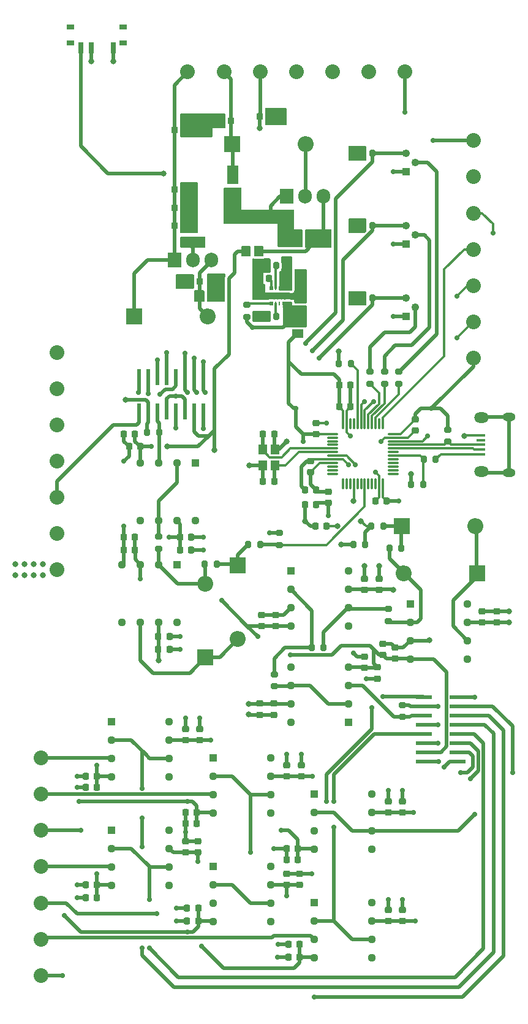
<source format=gtl>
G04 #@! TF.GenerationSoftware,KiCad,Pcbnew,7.0.7*
G04 #@! TF.CreationDate,2023-11-03T00:41:13-04:00*
G04 #@! TF.ProjectId,SeniorDesign,53656e69-6f72-4446-9573-69676e2e6b69,rev?*
G04 #@! TF.SameCoordinates,Original*
G04 #@! TF.FileFunction,Copper,L1,Top*
G04 #@! TF.FilePolarity,Positive*
%FSLAX46Y46*%
G04 Gerber Fmt 4.6, Leading zero omitted, Abs format (unit mm)*
G04 Created by KiCad (PCBNEW 7.0.7) date 2023-11-03 00:41:13*
%MOMM*%
%LPD*%
G01*
G04 APERTURE LIST*
G04 Aperture macros list*
%AMRoundRect*
0 Rectangle with rounded corners*
0 $1 Rounding radius*
0 $2 $3 $4 $5 $6 $7 $8 $9 X,Y pos of 4 corners*
0 Add a 4 corners polygon primitive as box body*
4,1,4,$2,$3,$4,$5,$6,$7,$8,$9,$2,$3,0*
0 Add four circle primitives for the rounded corners*
1,1,$1+$1,$2,$3*
1,1,$1+$1,$4,$5*
1,1,$1+$1,$6,$7*
1,1,$1+$1,$8,$9*
0 Add four rect primitives between the rounded corners*
20,1,$1+$1,$2,$3,$4,$5,0*
20,1,$1+$1,$4,$5,$6,$7,0*
20,1,$1+$1,$6,$7,$8,$9,0*
20,1,$1+$1,$8,$9,$2,$3,0*%
G04 Aperture macros list end*
G04 #@! TA.AperFunction,ComponentPad*
%ADD10C,2.032000*%
G04 #@! TD*
G04 #@! TA.AperFunction,SMDPad,CuDef*
%ADD11RoundRect,0.200000X0.275000X-0.200000X0.275000X0.200000X-0.275000X0.200000X-0.275000X-0.200000X0*%
G04 #@! TD*
G04 #@! TA.AperFunction,SMDPad,CuDef*
%ADD12RoundRect,0.200000X-0.200000X-0.275000X0.200000X-0.275000X0.200000X0.275000X-0.200000X0.275000X0*%
G04 #@! TD*
G04 #@! TA.AperFunction,SMDPad,CuDef*
%ADD13RoundRect,0.225000X0.250000X-0.225000X0.250000X0.225000X-0.250000X0.225000X-0.250000X-0.225000X0*%
G04 #@! TD*
G04 #@! TA.AperFunction,SMDPad,CuDef*
%ADD14RoundRect,0.225000X-0.225000X-0.250000X0.225000X-0.250000X0.225000X0.250000X-0.225000X0.250000X0*%
G04 #@! TD*
G04 #@! TA.AperFunction,ComponentPad*
%ADD15R,1.905000X2.000000*%
G04 #@! TD*
G04 #@! TA.AperFunction,ComponentPad*
%ADD16O,1.905000X2.000000*%
G04 #@! TD*
G04 #@! TA.AperFunction,SMDPad,CuDef*
%ADD17RoundRect,0.225000X0.225000X0.250000X-0.225000X0.250000X-0.225000X-0.250000X0.225000X-0.250000X0*%
G04 #@! TD*
G04 #@! TA.AperFunction,SMDPad,CuDef*
%ADD18RoundRect,0.250000X0.550000X-1.050000X0.550000X1.050000X-0.550000X1.050000X-0.550000X-1.050000X0*%
G04 #@! TD*
G04 #@! TA.AperFunction,SMDPad,CuDef*
%ADD19RoundRect,0.200000X0.200000X0.275000X-0.200000X0.275000X-0.200000X-0.275000X0.200000X-0.275000X0*%
G04 #@! TD*
G04 #@! TA.AperFunction,ComponentPad*
%ADD20R,1.130000X1.130000*%
G04 #@! TD*
G04 #@! TA.AperFunction,ComponentPad*
%ADD21C,1.130000*%
G04 #@! TD*
G04 #@! TA.AperFunction,SMDPad,CuDef*
%ADD22R,0.558800X2.184400*%
G04 #@! TD*
G04 #@! TA.AperFunction,SMDPad,CuDef*
%ADD23RoundRect,0.250000X-1.050000X-0.550000X1.050000X-0.550000X1.050000X0.550000X-1.050000X0.550000X0*%
G04 #@! TD*
G04 #@! TA.AperFunction,SMDPad,CuDef*
%ADD24RoundRect,0.225000X-0.250000X0.225000X-0.250000X-0.225000X0.250000X-0.225000X0.250000X0.225000X0*%
G04 #@! TD*
G04 #@! TA.AperFunction,SMDPad,CuDef*
%ADD25RoundRect,0.200000X-0.275000X0.200000X-0.275000X-0.200000X0.275000X-0.200000X0.275000X0.200000X0*%
G04 #@! TD*
G04 #@! TA.AperFunction,SMDPad,CuDef*
%ADD26R,1.000000X0.800000*%
G04 #@! TD*
G04 #@! TA.AperFunction,SMDPad,CuDef*
%ADD27R,0.700000X1.500000*%
G04 #@! TD*
G04 #@! TA.AperFunction,ComponentPad*
%ADD28R,2.200000X2.200000*%
G04 #@! TD*
G04 #@! TA.AperFunction,ComponentPad*
%ADD29O,2.200000X2.200000*%
G04 #@! TD*
G04 #@! TA.AperFunction,ComponentPad*
%ADD30R,1.080000X1.080000*%
G04 #@! TD*
G04 #@! TA.AperFunction,ComponentPad*
%ADD31C,1.080000*%
G04 #@! TD*
G04 #@! TA.AperFunction,SMDPad,CuDef*
%ADD32R,1.200000X1.400000*%
G04 #@! TD*
G04 #@! TA.AperFunction,SMDPad,CuDef*
%ADD33R,2.184400X0.558800*%
G04 #@! TD*
G04 #@! TA.AperFunction,SMDPad,CuDef*
%ADD34R,1.300000X0.450000*%
G04 #@! TD*
G04 #@! TA.AperFunction,ComponentPad*
%ADD35O,1.800000X1.150000*%
G04 #@! TD*
G04 #@! TA.AperFunction,ComponentPad*
%ADD36O,2.000000X1.450000*%
G04 #@! TD*
G04 #@! TA.AperFunction,SMDPad,CuDef*
%ADD37RoundRect,0.218750X-0.256250X0.218750X-0.256250X-0.218750X0.256250X-0.218750X0.256250X0.218750X0*%
G04 #@! TD*
G04 #@! TA.AperFunction,SMDPad,CuDef*
%ADD38R,0.558800X0.533400*%
G04 #@! TD*
G04 #@! TA.AperFunction,SMDPad,CuDef*
%ADD39R,0.279400X0.533400*%
G04 #@! TD*
G04 #@! TA.AperFunction,SMDPad,CuDef*
%ADD40R,2.844800X0.939800*%
G04 #@! TD*
G04 #@! TA.AperFunction,SMDPad,CuDef*
%ADD41RoundRect,0.075000X-0.662500X-0.075000X0.662500X-0.075000X0.662500X0.075000X-0.662500X0.075000X0*%
G04 #@! TD*
G04 #@! TA.AperFunction,SMDPad,CuDef*
%ADD42RoundRect,0.075000X-0.075000X-0.662500X0.075000X-0.662500X0.075000X0.662500X-0.075000X0.662500X0*%
G04 #@! TD*
G04 #@! TA.AperFunction,ViaPad*
%ADD43C,0.800000*%
G04 #@! TD*
G04 #@! TA.AperFunction,ViaPad*
%ADD44C,0.700000*%
G04 #@! TD*
G04 #@! TA.AperFunction,Conductor*
%ADD45C,0.500000*%
G04 #@! TD*
G04 #@! TA.AperFunction,Conductor*
%ADD46C,0.300000*%
G04 #@! TD*
G04 APERTURE END LIST*
D10*
X86775000Y-65750001D03*
X86775000Y-60750001D03*
X86775000Y-55750000D03*
X86775000Y-50750000D03*
X86775000Y-45750000D03*
X86775000Y-40750000D03*
X86775000Y-35750000D03*
X27025000Y-121000000D03*
X27025000Y-126000000D03*
X27025000Y-131000001D03*
X27025000Y-136000001D03*
X27025000Y-141000001D03*
X27025000Y-146000001D03*
X27025000Y-151000001D03*
X29250000Y-65000000D03*
X29250000Y-70000000D03*
X29250000Y-75000001D03*
X29250000Y-80000001D03*
X29250000Y-85000001D03*
X29250000Y-90000001D03*
X29250000Y-95000001D03*
X47308399Y-26250000D03*
X52308399Y-26250000D03*
X57308400Y-26250000D03*
X62308400Y-26250000D03*
X67308400Y-26250000D03*
X72308400Y-26250000D03*
X77308400Y-26250000D03*
D11*
X59275000Y-111075000D03*
X59275000Y-109425000D03*
D12*
X64450000Y-105750000D03*
X66100000Y-105750000D03*
D13*
X75000000Y-143525000D03*
X75000000Y-141975000D03*
D14*
X46250000Y-90500000D03*
X47800000Y-90500000D03*
D13*
X64250000Y-81525000D03*
X64250000Y-79975000D03*
X48750000Y-134025000D03*
X48750000Y-132475000D03*
D15*
X60985000Y-43445000D03*
D16*
X63525000Y-43445000D03*
X66065000Y-43445000D03*
D11*
X55500000Y-60075000D03*
X55500000Y-58425000D03*
D17*
X53275000Y-33000000D03*
X51725000Y-33000000D03*
D18*
X53500000Y-44050000D03*
X53500000Y-40450000D03*
D19*
X59575000Y-60000000D03*
X57925000Y-60000000D03*
D11*
X62500000Y-62325000D03*
X62500000Y-60675000D03*
D14*
X33225000Y-140250000D03*
X34775000Y-140250000D03*
X43225000Y-104250000D03*
X44775000Y-104250000D03*
D13*
X63000000Y-123525000D03*
X63000000Y-121975000D03*
X75000000Y-128525000D03*
X75000000Y-126975000D03*
D20*
X48335000Y-80280000D03*
D21*
X45795000Y-80280000D03*
X43255000Y-80280000D03*
X40715000Y-80280000D03*
X40715000Y-88220000D03*
X43255000Y-88220000D03*
X45795000Y-88220000D03*
X48335000Y-88220000D03*
D22*
X40580000Y-68387800D03*
X41850000Y-68387800D03*
X43120000Y-68387800D03*
X44390000Y-68387800D03*
X45660000Y-68387800D03*
X46930000Y-68387800D03*
X48200000Y-68387800D03*
X49470000Y-68387800D03*
X49470000Y-73112200D03*
X48200000Y-73112200D03*
X46930000Y-73112200D03*
X45660000Y-73112200D03*
X44390000Y-73112200D03*
X43120000Y-73112200D03*
X41850000Y-73112200D03*
X40580000Y-73112200D03*
D20*
X64805000Y-125940000D03*
D21*
X64805000Y-128480000D03*
X64805000Y-131020000D03*
X64805000Y-133560000D03*
X72745000Y-133560000D03*
X72745000Y-131020000D03*
X72745000Y-128480000D03*
X72745000Y-125940000D03*
D23*
X65325000Y-49250000D03*
X61725000Y-49250000D03*
D20*
X50805000Y-120940000D03*
D21*
X50805000Y-123480000D03*
X50805000Y-126020000D03*
X50805000Y-128560000D03*
X58745000Y-128560000D03*
X58745000Y-126020000D03*
X58745000Y-123480000D03*
X58745000Y-120940000D03*
D14*
X57725000Y-76250000D03*
X59275000Y-76250000D03*
X61225000Y-146750000D03*
X62775000Y-146750000D03*
D11*
X72500000Y-69325000D03*
X72500000Y-67675000D03*
D19*
X72825000Y-37500000D03*
X71175000Y-37500000D03*
D14*
X46975000Y-128500000D03*
X48525000Y-128500000D03*
D24*
X59500000Y-101225000D03*
X59500000Y-102775000D03*
D13*
X61000000Y-138525000D03*
X61000000Y-136975000D03*
D19*
X72825000Y-47500000D03*
X71175000Y-47500000D03*
D14*
X45500000Y-42500000D03*
X47050000Y-42500000D03*
D17*
X74800000Y-85500000D03*
X73250000Y-85500000D03*
D25*
X43275000Y-90425000D03*
X43275000Y-92075000D03*
D26*
X38400000Y-22255000D03*
X38400000Y-20045000D03*
X31100000Y-22255000D03*
X31100000Y-20045000D03*
D27*
X37000000Y-22905000D03*
X34000000Y-22905000D03*
X32500000Y-22905000D03*
D13*
X62750000Y-59050000D03*
X62750000Y-57500000D03*
D17*
X40025000Y-90500000D03*
X38475000Y-90500000D03*
D20*
X36805000Y-115940000D03*
D21*
X36805000Y-118480000D03*
X36805000Y-121020000D03*
X36805000Y-123560000D03*
X44745000Y-123560000D03*
X44745000Y-121020000D03*
X44745000Y-118480000D03*
X44745000Y-115940000D03*
D17*
X58525000Y-54750000D03*
X56975000Y-54750000D03*
D14*
X61225000Y-54500000D03*
X62775000Y-54500000D03*
D20*
X61555000Y-95190000D03*
D21*
X61555000Y-97730000D03*
X61555000Y-100270000D03*
X61555000Y-102810000D03*
X69495000Y-102810000D03*
X69495000Y-100270000D03*
X69495000Y-97730000D03*
X69495000Y-95190000D03*
D15*
X45485000Y-52195000D03*
D16*
X48025000Y-52195000D03*
X50565000Y-52195000D03*
D17*
X47025000Y-34250000D03*
X45475000Y-34250000D03*
D28*
X53445000Y-36250000D03*
D29*
X63605000Y-36250000D03*
D20*
X50805000Y-135940000D03*
D21*
X50805000Y-138480000D03*
X50805000Y-141020000D03*
X50805000Y-143560000D03*
X58745000Y-143560000D03*
X58745000Y-141020000D03*
X58745000Y-138480000D03*
X58745000Y-135940000D03*
D30*
X77500000Y-40020000D03*
D31*
X78770000Y-38750000D03*
X77500000Y-37480000D03*
D28*
X76945000Y-89000000D03*
D29*
X87105000Y-89000000D03*
D19*
X43350000Y-76000000D03*
X41700000Y-76000000D03*
D11*
X76500000Y-69325000D03*
X76500000Y-67675000D03*
D24*
X71750000Y-106975000D03*
X71750000Y-108525000D03*
D20*
X36805000Y-130940000D03*
D21*
X36805000Y-133480000D03*
X36805000Y-136020000D03*
X36805000Y-138560000D03*
X44745000Y-138560000D03*
X44745000Y-136020000D03*
X44745000Y-133480000D03*
X44745000Y-130940000D03*
D12*
X55675000Y-91500000D03*
X57325000Y-91500000D03*
D32*
X57675000Y-78400000D03*
X57675000Y-80600000D03*
X59375000Y-80600000D03*
X59375000Y-78400000D03*
D13*
X77000000Y-128525000D03*
X77000000Y-126975000D03*
D30*
X77500000Y-60020000D03*
D31*
X78770000Y-58750000D03*
X77500000Y-57480000D03*
D11*
X74500000Y-69325000D03*
X74500000Y-67675000D03*
D13*
X65025000Y-76275000D03*
X65025000Y-74725000D03*
D20*
X64805000Y-140940000D03*
D21*
X64805000Y-143480000D03*
X64805000Y-146020000D03*
X64805000Y-148560000D03*
X72745000Y-148560000D03*
X72745000Y-146020000D03*
X72745000Y-143480000D03*
X72745000Y-140940000D03*
D24*
X74250000Y-105225000D03*
X74250000Y-106775000D03*
D14*
X46225000Y-92250000D03*
X47775000Y-92250000D03*
D19*
X72825000Y-57512314D03*
X71175000Y-57512314D03*
D17*
X40025000Y-92250000D03*
X38475000Y-92250000D03*
D20*
X69495000Y-116060000D03*
D21*
X69495000Y-113520000D03*
X69495000Y-110980000D03*
X69495000Y-108440000D03*
X61555000Y-108440000D03*
X61555000Y-110980000D03*
X61555000Y-113520000D03*
X61555000Y-116060000D03*
D12*
X55425000Y-51000000D03*
X57075000Y-51000000D03*
D13*
X90000000Y-102275000D03*
X90000000Y-100725000D03*
D24*
X78750000Y-74225000D03*
X78750000Y-75775000D03*
D14*
X57225000Y-32400000D03*
X58775000Y-32400000D03*
X45500000Y-47500000D03*
X47050000Y-47500000D03*
X47225000Y-143500000D03*
X48775000Y-143500000D03*
D12*
X68200000Y-66500000D03*
X69850000Y-66500000D03*
D14*
X33225000Y-125000000D03*
X34775000Y-125000000D03*
X38475000Y-76250000D03*
X40025000Y-76250000D03*
D33*
X79912800Y-112555000D03*
X79912800Y-113825000D03*
X79912800Y-115095000D03*
X79912800Y-116365000D03*
X79912800Y-117635000D03*
X79912800Y-118905000D03*
X79912800Y-120175000D03*
X79912800Y-121445000D03*
X84637200Y-121445000D03*
X84637200Y-120175000D03*
X84637200Y-118905000D03*
X84637200Y-117635000D03*
X84637200Y-116365000D03*
X84637200Y-115095000D03*
X84637200Y-113825000D03*
X84637200Y-112555000D03*
D13*
X49000000Y-118525000D03*
X49000000Y-116975000D03*
D19*
X81600000Y-79750000D03*
X79950000Y-79750000D03*
D17*
X48975000Y-55200000D03*
X47425000Y-55200000D03*
D14*
X60975000Y-133500000D03*
X62525000Y-133500000D03*
D20*
X45835000Y-94280000D03*
D21*
X43295000Y-94280000D03*
X40755000Y-94280000D03*
X38215000Y-94280000D03*
X38215000Y-102220000D03*
X40755000Y-102220000D03*
X43295000Y-102220000D03*
X45835000Y-102220000D03*
D28*
X39945000Y-60000000D03*
D29*
X50105000Y-60000000D03*
D14*
X43225000Y-106000000D03*
X44775000Y-106000000D03*
X39225000Y-78000000D03*
X40775000Y-78000000D03*
D13*
X73750000Y-97775000D03*
X73750000Y-96225000D03*
D20*
X78055000Y-99690000D03*
D21*
X78055000Y-102230000D03*
X78055000Y-104770000D03*
X78055000Y-107310000D03*
X85995000Y-107310000D03*
X85995000Y-104770000D03*
X85995000Y-102230000D03*
X85995000Y-99690000D03*
D34*
X87845000Y-79050000D03*
X87845000Y-78400000D03*
X87845000Y-77750000D03*
X87845000Y-77100000D03*
X87845000Y-76450000D03*
D35*
X91695000Y-81625000D03*
D36*
X87895000Y-81475000D03*
X87895000Y-74025000D03*
D35*
X91695000Y-73875000D03*
D37*
X66775000Y-84212500D03*
X66775000Y-85787500D03*
D12*
X49675000Y-94250000D03*
X51325000Y-94250000D03*
X70200000Y-91500000D03*
X71850000Y-91500000D03*
D11*
X60000000Y-91575000D03*
X60000000Y-89925000D03*
D13*
X47000000Y-118525000D03*
X47000000Y-116975000D03*
X88000000Y-102275000D03*
X88000000Y-100725000D03*
D28*
X49750000Y-107080000D03*
D29*
X49750000Y-96920000D03*
D38*
X61137627Y-56141800D03*
D39*
X60500252Y-56141800D03*
X60000126Y-56141800D03*
X59500000Y-56141800D03*
D38*
X58862625Y-56141800D03*
X58862625Y-58250000D03*
D39*
X59500000Y-58250000D03*
X60000126Y-58250000D03*
X60500252Y-58250000D03*
D38*
X61137627Y-58250000D03*
D40*
X60000126Y-57195900D03*
D13*
X62750000Y-138525000D03*
X62750000Y-136975000D03*
D17*
X59275000Y-82750000D03*
X57725000Y-82750000D03*
X65050000Y-84000000D03*
X63500000Y-84000000D03*
D24*
X57250000Y-113475000D03*
X57250000Y-115025000D03*
D25*
X83250000Y-75675000D03*
X83250000Y-77325000D03*
D14*
X68250000Y-69500000D03*
X69800000Y-69500000D03*
D12*
X72675000Y-89000000D03*
X74325000Y-89000000D03*
D24*
X59250000Y-113475000D03*
X59250000Y-115025000D03*
D13*
X77000000Y-143525000D03*
X77000000Y-141975000D03*
X47000000Y-134050000D03*
X47000000Y-132500000D03*
D14*
X68250000Y-72500000D03*
X69800000Y-72500000D03*
X47225000Y-141750000D03*
X48775000Y-141750000D03*
D41*
X67362500Y-76250000D03*
X67362500Y-76750000D03*
X67362500Y-77250000D03*
X67362500Y-77750000D03*
X67362500Y-78250000D03*
X67362500Y-78750000D03*
X67362500Y-79250000D03*
X67362500Y-79750000D03*
X67362500Y-80250000D03*
X67362500Y-80750000D03*
X67362500Y-81250000D03*
X67362500Y-81750000D03*
D42*
X68775000Y-83162500D03*
X69275000Y-83162500D03*
X69775000Y-83162500D03*
X70275000Y-83162500D03*
X70775000Y-83162500D03*
X71275000Y-83162500D03*
X71775000Y-83162500D03*
X72275000Y-83162500D03*
X72775000Y-83162500D03*
X73275000Y-83162500D03*
X73775000Y-83162500D03*
X74275000Y-83162500D03*
D41*
X75687500Y-81750000D03*
X75687500Y-81250000D03*
X75687500Y-80750000D03*
X75687500Y-80250000D03*
X75687500Y-79750000D03*
X75687500Y-79250000D03*
X75687500Y-78750000D03*
X75687500Y-78250000D03*
X75687500Y-77750000D03*
X75687500Y-77250000D03*
X75687500Y-76750000D03*
X75687500Y-76250000D03*
D42*
X74275000Y-74837500D03*
X73775000Y-74837500D03*
X73275000Y-74837500D03*
X72775000Y-74837500D03*
X72275000Y-74837500D03*
X71775000Y-74837500D03*
X71275000Y-74837500D03*
X70775000Y-74837500D03*
X70275000Y-74837500D03*
X69775000Y-74837500D03*
X69275000Y-74837500D03*
X68775000Y-74837500D03*
D14*
X33225000Y-123500000D03*
X34775000Y-123500000D03*
D30*
X77500000Y-50020000D03*
D31*
X78770000Y-48750000D03*
X77500000Y-47480000D03*
D28*
X87330000Y-95500000D03*
D29*
X77170000Y-95500000D03*
D13*
X61000000Y-123525000D03*
X61000000Y-121975000D03*
D14*
X61225000Y-148500000D03*
X62775000Y-148500000D03*
D24*
X76000000Y-105725000D03*
X76000000Y-107275000D03*
X57500000Y-101225000D03*
X57500000Y-102775000D03*
D14*
X60975000Y-135000000D03*
X62525000Y-135000000D03*
D13*
X73500000Y-110025000D03*
X73500000Y-108475000D03*
D14*
X33225000Y-138500000D03*
X34775000Y-138500000D03*
D19*
X59575000Y-53000000D03*
X57925000Y-53000000D03*
D25*
X75000000Y-100425000D03*
X75000000Y-102075000D03*
D12*
X75200000Y-92000000D03*
X76850000Y-92000000D03*
D17*
X66525000Y-89000000D03*
X64975000Y-89000000D03*
D19*
X79850000Y-83250000D03*
X78200000Y-83250000D03*
D17*
X65050000Y-86000000D03*
X63500000Y-86000000D03*
D14*
X45500000Y-45000000D03*
X47050000Y-45000000D03*
D28*
X54250000Y-94420000D03*
D29*
X54250000Y-104580000D03*
D11*
X77025000Y-115325000D03*
X77025000Y-113675000D03*
D12*
X48975000Y-57200000D03*
X50625000Y-57200000D03*
D13*
X71750000Y-97775000D03*
X71750000Y-96225000D03*
D14*
X46975000Y-130000000D03*
X48525000Y-130000000D03*
D43*
X27250000Y-95750000D03*
X26000000Y-95750000D03*
X24750000Y-95750000D03*
X23500000Y-95750000D03*
X23500000Y-94250000D03*
X24750000Y-94250000D03*
X26000000Y-94250000D03*
X27250000Y-94250000D03*
X44000000Y-40250000D03*
D44*
X62250000Y-72750000D03*
X63250000Y-77250000D03*
X81000000Y-72750000D03*
X76500000Y-85500000D03*
X66750000Y-87500000D03*
X56250000Y-61500000D03*
X59250000Y-133500000D03*
X48250000Y-48000000D03*
X47250000Y-49750000D03*
X46250000Y-104250000D03*
X30000000Y-151000000D03*
X59750000Y-148500000D03*
X49470000Y-75470000D03*
X69750000Y-76500000D03*
X75000000Y-125500000D03*
D43*
X55750000Y-115000000D03*
D44*
X61000000Y-120500000D03*
X48250000Y-43000000D03*
X55750000Y-46250000D03*
X46250000Y-106000000D03*
X72025000Y-110025000D03*
X48750000Y-33000000D03*
X81865000Y-116365000D03*
D43*
X71750000Y-94500000D03*
D44*
X57250000Y-46250000D03*
X56750000Y-60000000D03*
X46975000Y-131200000D03*
X38500000Y-80000000D03*
X49000000Y-115500000D03*
X40750000Y-96250000D03*
X63000000Y-120500000D03*
X60200000Y-31800000D03*
X62750000Y-56000000D03*
X69500000Y-80500000D03*
X47000000Y-115500000D03*
X59762112Y-146742240D03*
X57250000Y-57250000D03*
X45750000Y-141750000D03*
X75750000Y-50000000D03*
X45750000Y-143500000D03*
X32000000Y-140250000D03*
X48250000Y-44500000D03*
X48250000Y-47000000D03*
X77000000Y-125500000D03*
D43*
X73750000Y-94500000D03*
X38750000Y-71500000D03*
D44*
X81905000Y-118905000D03*
D43*
X91750000Y-100750000D03*
D44*
X32000000Y-138500000D03*
X75000000Y-140500000D03*
X75750000Y-40000000D03*
X75750000Y-60000000D03*
D43*
X68500000Y-91500000D03*
D44*
X32000000Y-125000000D03*
X50000000Y-33000000D03*
D43*
X55850000Y-80600000D03*
D44*
X70250000Y-106500000D03*
X74000000Y-77250000D03*
X49500000Y-92250000D03*
X81945000Y-121445000D03*
X66500000Y-74750000D03*
X48250000Y-45500000D03*
X60200000Y-33000000D03*
D43*
X61000000Y-77250000D03*
D44*
X73250000Y-81500000D03*
X45660000Y-71000000D03*
X56750000Y-53000000D03*
X77000000Y-140500000D03*
D43*
X63500000Y-88250000D03*
D44*
X58750000Y-46250000D03*
X48250000Y-42000000D03*
X81250000Y-35750000D03*
X46175000Y-54700000D03*
X32000000Y-123500000D03*
X57250000Y-56250000D03*
X48750000Y-49750000D03*
X77308400Y-31800000D03*
D43*
X85500000Y-76500000D03*
X37000000Y-24750000D03*
D44*
X48750000Y-34250000D03*
X81925000Y-113825000D03*
X49500000Y-90500000D03*
D43*
X80750000Y-104750000D03*
D44*
X64475000Y-136975000D03*
X58575000Y-89925000D03*
X46175000Y-55700000D03*
X50000000Y-34250000D03*
D43*
X78200000Y-81800000D03*
D44*
X70500000Y-80500000D03*
D43*
X68000000Y-89000000D03*
D44*
X30250000Y-142750000D03*
X57000000Y-104250000D03*
X52000000Y-99250000D03*
X38500000Y-89000000D03*
X61500000Y-106750000D03*
X32250000Y-127000000D03*
X47250000Y-145000000D03*
X34750000Y-122000000D03*
X47250000Y-127000000D03*
X34750000Y-137000000D03*
X42250000Y-78000000D03*
D43*
X51000000Y-78500000D03*
D44*
X60250000Y-131000000D03*
D43*
X44500000Y-78000000D03*
D44*
X49250000Y-147000000D03*
X70000000Y-47000000D03*
X61000000Y-140000000D03*
X51250000Y-55800000D03*
X70000000Y-38000000D03*
X48750000Y-135250000D03*
X44750000Y-90500000D03*
X50500000Y-118525000D03*
X70000000Y-37000000D03*
X70000000Y-48000000D03*
X86945000Y-112555000D03*
X64500000Y-123500000D03*
D43*
X43250000Y-107500000D03*
X91750000Y-102250000D03*
D44*
X78750000Y-143500000D03*
X40500000Y-70500000D03*
X70000000Y-58012314D03*
X51250000Y-54800000D03*
X78500000Y-128525000D03*
X70000000Y-57012314D03*
D43*
X55750000Y-113500000D03*
X75750000Y-97750000D03*
D44*
X44390000Y-65000000D03*
X43120000Y-66000000D03*
X41850000Y-70650000D03*
X43500000Y-70750000D03*
X45660000Y-75410000D03*
X32500000Y-131000000D03*
X43000000Y-142500000D03*
X73000000Y-71750000D03*
X84500000Y-63000000D03*
X71750000Y-71750000D03*
X84500000Y-57250000D03*
X89500000Y-48500000D03*
X80500000Y-76500000D03*
X86405000Y-123845000D03*
X47250000Y-70500000D03*
X63599500Y-63700000D03*
X46930000Y-65070000D03*
X64500000Y-64750000D03*
X48500000Y-70500000D03*
X48200000Y-65800000D03*
X85045196Y-123045000D03*
X82745000Y-122245000D03*
X65500000Y-65750000D03*
X49470000Y-66280000D03*
X49750000Y-70500000D03*
D43*
X34000000Y-24750000D03*
X68200000Y-64800000D03*
X70250000Y-85500000D03*
X71250000Y-88250000D03*
D44*
X41000000Y-129250000D03*
X41000000Y-133250000D03*
X41000000Y-125200500D03*
X41000000Y-147250000D03*
X56020000Y-134000000D03*
X64800000Y-154000000D03*
X87000000Y-128750000D03*
X92200000Y-123000000D03*
X42000000Y-147250000D03*
X42000000Y-140500000D03*
X72750000Y-114000000D03*
X74250000Y-112500000D03*
X66500000Y-127000000D03*
X67500000Y-127000000D03*
X67500000Y-130500000D03*
D43*
X57250000Y-34000000D03*
X61000000Y-52500000D03*
D45*
X29250000Y-82750000D02*
X29250000Y-85000001D01*
X37000000Y-75000000D02*
X29250000Y-82750000D01*
X40250000Y-75000000D02*
X37000000Y-75000000D01*
X40580000Y-74670000D02*
X40250000Y-75000000D01*
X40580000Y-73112200D02*
X40580000Y-74670000D01*
X41850000Y-74650000D02*
X41700000Y-74800000D01*
X41850000Y-73112200D02*
X41850000Y-74650000D01*
X41700000Y-74800000D02*
X41700000Y-76000000D01*
X43350000Y-74750000D02*
X43350000Y-76000000D01*
X43120000Y-74520000D02*
X43350000Y-74750000D01*
X43120000Y-73112200D02*
X43120000Y-74520000D01*
X77925000Y-113675000D02*
X77025000Y-113675000D01*
X78075000Y-113825000D02*
X77925000Y-113675000D01*
X79912800Y-113825000D02*
X78075000Y-113825000D01*
X78000000Y-115325000D02*
X77025000Y-115325000D01*
X78230000Y-115095000D02*
X78000000Y-115325000D01*
X79912800Y-115095000D02*
X78230000Y-115095000D01*
X58950000Y-145800000D02*
X59250000Y-145500000D01*
X27025000Y-146000001D02*
X27225001Y-145800000D01*
X27225001Y-145800000D02*
X58950000Y-145800000D01*
X59250000Y-145500000D02*
X64285000Y-145500000D01*
X64285000Y-145500000D02*
X64805000Y-146020000D01*
X86885000Y-117635000D02*
X84637200Y-117635000D01*
X88200000Y-118950000D02*
X86885000Y-117635000D01*
X88200000Y-147300000D02*
X88200000Y-118950000D01*
X46000000Y-151250000D02*
X84250000Y-151250000D01*
X84250000Y-151250000D02*
X88200000Y-147300000D01*
X42000000Y-147250000D02*
X46000000Y-151250000D01*
X67750000Y-43750000D02*
X72825000Y-38675000D01*
X72825000Y-38675000D02*
X72825000Y-37500000D01*
X67750000Y-59500000D02*
X67750000Y-43750000D01*
X63599500Y-63650500D02*
X67750000Y-59500000D01*
X63599500Y-63700000D02*
X63599500Y-63650500D01*
X72825000Y-48175000D02*
X72825000Y-47500000D01*
X68750000Y-60500000D02*
X68750000Y-52250000D01*
X64500000Y-64750000D02*
X68750000Y-60500000D01*
X68750000Y-52250000D02*
X72825000Y-48175000D01*
X72825000Y-58425000D02*
X72825000Y-57512314D01*
X65500000Y-65750000D02*
X72825000Y-58425000D01*
X68200000Y-64800000D02*
X68200000Y-66500000D01*
D46*
X73750000Y-70575000D02*
X72500000Y-69325000D01*
X73750000Y-72085788D02*
X73750000Y-70575000D01*
X72275000Y-74837500D02*
X72275000Y-73560788D01*
X72275000Y-73560788D02*
X73750000Y-72085788D01*
X78775000Y-74225000D02*
X78750000Y-74225000D01*
X76750000Y-76250000D02*
X78775000Y-74225000D01*
X75687500Y-76250000D02*
X76750000Y-76250000D01*
D45*
X61250000Y-60750000D02*
X62425000Y-60750000D01*
X62425000Y-60750000D02*
X62500000Y-60675000D01*
X60500000Y-61500000D02*
X61250000Y-60750000D01*
X56250000Y-61500000D02*
X60500000Y-61500000D01*
X62000000Y-72750000D02*
X62250000Y-72750000D01*
X61250000Y-63575000D02*
X61250000Y-72000000D01*
X62500000Y-62325000D02*
X61250000Y-63575000D01*
X61250000Y-72000000D02*
X62000000Y-72750000D01*
X81250000Y-35750000D02*
X86775000Y-35750000D01*
X32500000Y-22905000D02*
X32500000Y-26500000D01*
X81000000Y-72750000D02*
X79500000Y-72750000D01*
X83250000Y-73750000D02*
X83250000Y-75675000D01*
D46*
X74275000Y-83162500D02*
X74275000Y-84975000D01*
D45*
X79500000Y-72750000D02*
X78750000Y-73500000D01*
X66750000Y-85812500D02*
X66775000Y-85787500D01*
X55500000Y-60750000D02*
X55500000Y-60075000D01*
X61250000Y-66250000D02*
X63000000Y-68000000D01*
X65262500Y-85787500D02*
X65050000Y-86000000D01*
X67500000Y-68000000D02*
X68250000Y-68750000D01*
X76500000Y-85500000D02*
X74800000Y-85500000D01*
D46*
X68775000Y-73025000D02*
X68250000Y-72500000D01*
X67362500Y-76250000D02*
X65050000Y-76250000D01*
D45*
X66750000Y-87500000D02*
X66750000Y-85812500D01*
X63000000Y-68000000D02*
X67500000Y-68000000D01*
X32500000Y-26500000D02*
X32500000Y-36500000D01*
X68250000Y-72500000D02*
X68250000Y-69500000D01*
X81000000Y-72750000D02*
X86775000Y-66975000D01*
X32500000Y-36500000D02*
X36250000Y-40250000D01*
D46*
X74275000Y-84975000D02*
X74800000Y-85500000D01*
D45*
X62250000Y-72750000D02*
X62250000Y-75275000D01*
X81000000Y-72750000D02*
X82250000Y-72750000D01*
D46*
X65050000Y-76250000D02*
X65025000Y-76275000D01*
D45*
X63250000Y-76275000D02*
X63250000Y-77250000D01*
D46*
X68775000Y-74837500D02*
X68775000Y-73025000D01*
D45*
X78750000Y-73500000D02*
X78750000Y-74225000D01*
X68250000Y-68750000D02*
X68250000Y-69500000D01*
X36250000Y-40250000D02*
X44000000Y-40250000D01*
X63250000Y-76275000D02*
X65025000Y-76275000D01*
X82250000Y-72750000D02*
X83250000Y-73750000D01*
X62250000Y-75275000D02*
X63250000Y-76275000D01*
X86775000Y-66975000D02*
X86775000Y-65750001D01*
X66775000Y-85787500D02*
X65262500Y-85787500D01*
X56250000Y-61500000D02*
X55500000Y-60750000D01*
X71750000Y-106975000D02*
X70725000Y-106975000D01*
X57725000Y-80650000D02*
X57675000Y-80600000D01*
D46*
X69275000Y-73025000D02*
X69275000Y-74837500D01*
D45*
X49000000Y-115500000D02*
X49000000Y-116975000D01*
X55775000Y-115025000D02*
X59275000Y-115025000D01*
X61225000Y-148500000D02*
X59750000Y-148500000D01*
X63000000Y-83500000D02*
X63500000Y-84000000D01*
X58575000Y-89925000D02*
X60000000Y-89925000D01*
X58750000Y-44750000D02*
X60055000Y-43445000D01*
D46*
X77775000Y-76750000D02*
X78750000Y-75775000D01*
D45*
X75025000Y-140525000D02*
X75000000Y-140500000D01*
X77500000Y-60020000D02*
X75770000Y-60020000D01*
X45660000Y-71000000D02*
X46500000Y-71000000D01*
X47225000Y-143500000D02*
X45750000Y-143500000D01*
X32000000Y-140250000D02*
X33225000Y-140250000D01*
X59850000Y-78400000D02*
X59375000Y-78400000D01*
D46*
X69800000Y-72500000D02*
X69275000Y-73025000D01*
D45*
X61217240Y-146742240D02*
X61225000Y-146750000D01*
X64975000Y-89000000D02*
X64250000Y-89000000D01*
X48750000Y-49750000D02*
X48025000Y-50475000D01*
X39225000Y-79275000D02*
X38500000Y-80000000D01*
X75770000Y-50020000D02*
X75750000Y-50000000D01*
X41850000Y-73112200D02*
X41850000Y-71850000D01*
X91750000Y-100750000D02*
X91725000Y-100725000D01*
X61000000Y-136975000D02*
X62750000Y-136975000D01*
X59275000Y-78300000D02*
X59375000Y-78400000D01*
X76000000Y-105725000D02*
X77100000Y-105725000D01*
X49500000Y-92250000D02*
X47775000Y-92250000D01*
X60600000Y-101225000D02*
X61555000Y-100270000D01*
X46975000Y-131200000D02*
X46975000Y-132475000D01*
D46*
X69750000Y-76500000D02*
X69275000Y-76025000D01*
D45*
X40050000Y-93575000D02*
X40755000Y-94280000D01*
X75770000Y-60020000D02*
X75750000Y-60000000D01*
X48025000Y-50525000D02*
X47250000Y-49750000D01*
X81945000Y-121445000D02*
X79912800Y-121445000D01*
X75500000Y-105225000D02*
X76000000Y-105725000D01*
X46975000Y-132475000D02*
X47000000Y-132500000D01*
X33225000Y-125000000D02*
X32000000Y-125000000D01*
X63775000Y-79975000D02*
X63000000Y-80750000D01*
X48750000Y-132475000D02*
X47025000Y-132475000D01*
X64250000Y-79975000D02*
X63775000Y-79975000D01*
D46*
X68750000Y-79750000D02*
X69500000Y-80500000D01*
D45*
X60055000Y-43445000D02*
X60985000Y-43445000D01*
X91725000Y-100725000D02*
X88275000Y-100725000D01*
X46500000Y-71000000D02*
X46930000Y-71430000D01*
X71750000Y-96225000D02*
X71750000Y-94500000D01*
X78200000Y-81800000D02*
X78200000Y-83250000D01*
X77000000Y-140500000D02*
X77000000Y-141975000D01*
X75025000Y-125525000D02*
X75000000Y-125500000D01*
X75025000Y-141975000D02*
X75025000Y-140525000D01*
X61025000Y-121975000D02*
X61025000Y-120525000D01*
X81905000Y-118905000D02*
X79912800Y-118905000D01*
X63000000Y-80750000D02*
X63000000Y-83500000D01*
X80750000Y-104750000D02*
X80730000Y-104770000D01*
X49470000Y-75470000D02*
X49470000Y-73112200D01*
D46*
X65025000Y-74725000D02*
X66475000Y-74725000D01*
X67362500Y-79750000D02*
X68750000Y-79750000D01*
D45*
X74250000Y-105225000D02*
X75500000Y-105225000D01*
X46250000Y-104250000D02*
X44775000Y-104250000D01*
X59762112Y-146742240D02*
X61217240Y-146742240D01*
X60975000Y-133500000D02*
X60975000Y-135000000D01*
X40755000Y-96245000D02*
X40750000Y-96250000D01*
X57725000Y-82750000D02*
X57725000Y-80650000D01*
D46*
X75687500Y-76750000D02*
X74500000Y-76750000D01*
D45*
X38475000Y-77250000D02*
X39225000Y-78000000D01*
X46930000Y-71430000D02*
X46930000Y-73112200D01*
X55750000Y-115000000D02*
X55775000Y-115025000D01*
X44775000Y-106000000D02*
X46250000Y-106000000D01*
D46*
X69275000Y-76025000D02*
X69275000Y-74837500D01*
D45*
X47025000Y-115525000D02*
X47000000Y-115500000D01*
X72025000Y-110025000D02*
X73500000Y-110025000D01*
X75025000Y-126975000D02*
X75025000Y-125525000D01*
X47025000Y-132475000D02*
X47000000Y-132500000D01*
X58750000Y-46250000D02*
X58750000Y-44750000D01*
X41850000Y-71850000D02*
X41500000Y-71500000D01*
X47025000Y-116975000D02*
X47025000Y-115525000D01*
X80730000Y-104770000D02*
X78055000Y-104770000D01*
X63500000Y-86000000D02*
X63500000Y-88250000D01*
X38475000Y-76250000D02*
X38475000Y-77250000D01*
X59250000Y-133500000D02*
X60975000Y-133500000D01*
X45660000Y-71000000D02*
X44775746Y-71000000D01*
X27025000Y-151000001D02*
X30000000Y-151000000D01*
X40050000Y-92000000D02*
X40050000Y-93575000D01*
X46975000Y-131200000D02*
X46975000Y-128500000D01*
X77500000Y-50020000D02*
X75770000Y-50020000D01*
D46*
X66475000Y-74725000D02*
X66500000Y-74750000D01*
D45*
X44390000Y-73112200D02*
X44390000Y-71385746D01*
D46*
X75687500Y-76750000D02*
X77775000Y-76750000D01*
D45*
X70725000Y-106975000D02*
X70250000Y-106500000D01*
D46*
X64475000Y-79750000D02*
X64250000Y-79975000D01*
X73250000Y-81500000D02*
X73775000Y-82025000D01*
D45*
X77100000Y-105725000D02*
X78055000Y-104770000D01*
X49500000Y-90500000D02*
X47800000Y-90500000D01*
X37000000Y-22905000D02*
X37000000Y-24750000D01*
X81925000Y-113825000D02*
X79912800Y-113825000D01*
X73750000Y-94500000D02*
X73750000Y-96225000D01*
D46*
X87845000Y-76450000D02*
X85550000Y-76450000D01*
D45*
X69800000Y-72500000D02*
X69800000Y-69500000D01*
X59275000Y-101225000D02*
X60600000Y-101225000D01*
X44775746Y-71000000D02*
X44390000Y-71385746D01*
X61025000Y-120525000D02*
X61000000Y-120500000D01*
D46*
X73775000Y-84975000D02*
X73250000Y-85500000D01*
D45*
X48025000Y-52195000D02*
X48025000Y-50525000D01*
D46*
X67362500Y-79750000D02*
X64475000Y-79750000D01*
X74500000Y-76750000D02*
X74000000Y-77250000D01*
X73775000Y-82025000D02*
X73775000Y-83162500D01*
D45*
X40025000Y-90500000D02*
X40025000Y-92250000D01*
X40755000Y-94280000D02*
X40755000Y-96245000D01*
X77000000Y-125500000D02*
X77000000Y-126975000D01*
X45750000Y-141750000D02*
X47225000Y-141750000D01*
D46*
X73775000Y-83162500D02*
X73775000Y-84975000D01*
D45*
X63000000Y-120500000D02*
X63000000Y-121975000D01*
X81865000Y-116365000D02*
X79912800Y-116365000D01*
X33225000Y-123500000D02*
X32000000Y-123500000D01*
X70200000Y-91500000D02*
X68500000Y-91500000D01*
X41500000Y-71500000D02*
X38750000Y-71500000D01*
X75770000Y-40020000D02*
X75750000Y-40000000D01*
X64475000Y-136975000D02*
X62750000Y-136975000D01*
X39225000Y-78000000D02*
X39225000Y-79275000D01*
X57500000Y-101225000D02*
X59500000Y-101225000D01*
X33225000Y-138500000D02*
X32000000Y-138500000D01*
X64250000Y-89000000D02*
X63500000Y-88250000D01*
X55850000Y-80600000D02*
X57675000Y-80600000D01*
X77308400Y-31800000D02*
X77308400Y-26250000D01*
X77500000Y-40020000D02*
X75770000Y-40020000D01*
X48025000Y-50475000D02*
X48025000Y-50525000D01*
X61000000Y-77250000D02*
X59850000Y-78400000D01*
X59275000Y-76250000D02*
X59275000Y-78300000D01*
D46*
X65525000Y-80250000D02*
X64250000Y-81525000D01*
D45*
X64250000Y-83200000D02*
X65050000Y-84000000D01*
X64250000Y-81525000D02*
X64250000Y-83200000D01*
X66775000Y-84212500D02*
X65262500Y-84212500D01*
D46*
X67362500Y-80250000D02*
X65525000Y-80250000D01*
D45*
X65262500Y-84212500D02*
X65050000Y-84000000D01*
D46*
X70500000Y-80500000D02*
X69250000Y-79250000D01*
X66525000Y-89000000D02*
X68000000Y-89000000D01*
X69250000Y-79250000D02*
X67362500Y-79250000D01*
D45*
X59275000Y-82750000D02*
X59275000Y-80700000D01*
D46*
X62650000Y-78750000D02*
X60800000Y-80600000D01*
X67362500Y-78750000D02*
X62650000Y-78750000D01*
D45*
X59275000Y-80700000D02*
X59375000Y-80600000D01*
D46*
X60800000Y-80600000D02*
X59375000Y-80600000D01*
D45*
X57725000Y-78350000D02*
X57675000Y-78400000D01*
D46*
X58625000Y-79450000D02*
X57675000Y-78500000D01*
D45*
X57725000Y-76250000D02*
X57725000Y-78350000D01*
D46*
X67362500Y-78250000D02*
X61500000Y-78250000D01*
X57675000Y-78500000D02*
X57675000Y-78400000D01*
X60300000Y-79450000D02*
X58625000Y-79450000D01*
X61500000Y-78250000D02*
X60300000Y-79450000D01*
D45*
X48525000Y-128500000D02*
X50745000Y-128500000D01*
X73000000Y-107975000D02*
X73000000Y-106000000D01*
X62775000Y-149225000D02*
X62775000Y-148500000D01*
X34775000Y-123500000D02*
X36745000Y-123500000D01*
X52250000Y-150000000D02*
X62000000Y-150000000D01*
X51000000Y-75750000D02*
X51000000Y-78500000D01*
X51000000Y-67250000D02*
X51000000Y-75750000D01*
X64745000Y-133500000D02*
X64805000Y-133560000D01*
X69495000Y-108440000D02*
X71665000Y-108440000D01*
X40775000Y-78000000D02*
X40775000Y-80220000D01*
X38500000Y-92000000D02*
X38500000Y-93995000D01*
X36745000Y-123500000D02*
X36805000Y-123560000D01*
X48750000Y-78000000D02*
X50250000Y-76500000D01*
X52000000Y-99250000D02*
X55500000Y-102750000D01*
X34750000Y-123475000D02*
X34775000Y-123500000D01*
X55500000Y-102750000D02*
X55560000Y-102810000D01*
X73775000Y-106775000D02*
X74250000Y-106775000D01*
X66065000Y-43445000D02*
X66065000Y-48510000D01*
X40775000Y-80220000D02*
X40715000Y-80280000D01*
X48525000Y-130000000D02*
X48525000Y-128500000D01*
X48000000Y-145000000D02*
X48775000Y-144225000D01*
X34775000Y-140250000D02*
X34775000Y-138500000D01*
X55425000Y-51000000D02*
X54250000Y-51000000D01*
X73450000Y-108525000D02*
X73500000Y-108475000D01*
X38500000Y-89000000D02*
X38500000Y-92000000D01*
X53750000Y-54000000D02*
X53000000Y-54750000D01*
X74275000Y-106775000D02*
X74775000Y-107275000D01*
X30250000Y-142750000D02*
X32500000Y-145000000D01*
X40025000Y-77250000D02*
X40775000Y-78000000D01*
X64745000Y-148500000D02*
X64805000Y-148560000D01*
X62525000Y-133500000D02*
X64745000Y-133500000D01*
X62525000Y-135000000D02*
X62525000Y-133500000D01*
X60250000Y-131000000D02*
X61250000Y-131000000D01*
X48200000Y-75900000D02*
X48200000Y-73112200D01*
X74250000Y-106775000D02*
X74275000Y-106775000D01*
X54250000Y-51000000D02*
X53750000Y-51500000D01*
X65325000Y-49250000D02*
X63575000Y-51000000D01*
X83095000Y-109095000D02*
X83095000Y-119370796D01*
X62775000Y-148500000D02*
X64745000Y-148500000D01*
X50745000Y-128500000D02*
X50805000Y-128560000D01*
X32250000Y-127000000D02*
X47250000Y-127000000D01*
X67250000Y-106750000D02*
X68500000Y-105500000D01*
X62775000Y-148500000D02*
X62775000Y-146750000D01*
X62525000Y-132275000D02*
X62525000Y-133500000D01*
X42250000Y-78000000D02*
X40775000Y-78000000D01*
X47250000Y-127000000D02*
X47975000Y-127000000D01*
X47975000Y-127000000D02*
X48525000Y-127550000D01*
X53750000Y-51500000D02*
X53750000Y-54000000D01*
X55500000Y-102750000D02*
X57000000Y-104250000D01*
X53000000Y-65250000D02*
X51000000Y-67250000D01*
X82290796Y-120175000D02*
X79912800Y-120175000D01*
X38500000Y-93995000D02*
X38215000Y-94280000D01*
X71750000Y-108525000D02*
X73450000Y-108525000D01*
X34750000Y-137000000D02*
X34750000Y-138475000D01*
X36745000Y-138500000D02*
X36805000Y-138560000D01*
X74250000Y-106750000D02*
X74250000Y-106775000D01*
X73000000Y-106000000D02*
X72500000Y-105500000D01*
X47250000Y-145000000D02*
X48000000Y-145000000D01*
X50250000Y-76500000D02*
X48800000Y-76500000D01*
X55560000Y-102810000D02*
X61555000Y-102810000D01*
X32500000Y-145000000D02*
X47250000Y-145000000D01*
X48800000Y-76500000D02*
X48200000Y-75900000D01*
X34775000Y-138500000D02*
X36745000Y-138500000D01*
X50745000Y-143500000D02*
X50805000Y-143560000D01*
X83095000Y-119370796D02*
X82290796Y-120175000D01*
X72500000Y-105500000D02*
X73775000Y-106775000D01*
X63575000Y-51000000D02*
X57075000Y-51000000D01*
X34750000Y-138475000D02*
X34775000Y-138500000D01*
X51000000Y-75750000D02*
X50250000Y-76500000D01*
X53000000Y-54750000D02*
X53000000Y-65250000D01*
X40025000Y-76250000D02*
X40025000Y-77250000D01*
X61500000Y-106750000D02*
X67250000Y-106750000D01*
X48775000Y-143500000D02*
X50745000Y-143500000D01*
X66065000Y-48510000D02*
X65325000Y-49250000D01*
X75775000Y-107275000D02*
X78020000Y-107275000D01*
X34750000Y-122000000D02*
X34750000Y-123475000D01*
X74775000Y-107275000D02*
X76000000Y-107275000D01*
X48775000Y-144225000D02*
X48775000Y-143500000D01*
X34775000Y-125000000D02*
X34775000Y-123500000D01*
X48775000Y-141750000D02*
X48775000Y-143500000D01*
X81310000Y-107310000D02*
X83095000Y-109095000D01*
X71665000Y-108440000D02*
X71750000Y-108525000D01*
X62000000Y-150000000D02*
X62775000Y-149225000D01*
X78055000Y-107310000D02*
X81310000Y-107310000D01*
X44500000Y-78000000D02*
X48750000Y-78000000D01*
X68500000Y-105500000D02*
X72500000Y-105500000D01*
X49250000Y-147000000D02*
X52250000Y-150000000D01*
X48525000Y-127550000D02*
X48525000Y-128500000D01*
X78020000Y-107275000D02*
X78055000Y-107310000D01*
X61250000Y-131000000D02*
X62525000Y-132275000D01*
X73500000Y-108475000D02*
X73000000Y-107975000D01*
X46250000Y-92225000D02*
X46225000Y-92250000D01*
X59300000Y-113500000D02*
X59320000Y-113520000D01*
X78500000Y-128525000D02*
X72790000Y-128525000D01*
X48975000Y-54025000D02*
X48975000Y-55200000D01*
X50565000Y-52195000D02*
X50565000Y-52435000D01*
X50500000Y-118525000D02*
X44790000Y-118525000D01*
X48750000Y-134050000D02*
X45315000Y-134050000D01*
X75730000Y-97730000D02*
X69495000Y-97730000D01*
X46250000Y-88675000D02*
X45795000Y-88220000D01*
X44790000Y-118525000D02*
X44745000Y-118480000D01*
X75750000Y-97750000D02*
X75730000Y-97730000D01*
X40580000Y-68387800D02*
X40580000Y-70420000D01*
X72790000Y-128525000D02*
X72745000Y-128480000D01*
X58790000Y-123525000D02*
X58745000Y-123480000D01*
X46250000Y-90500000D02*
X46250000Y-92225000D01*
X46250000Y-90500000D02*
X46250000Y-88675000D01*
X62750000Y-138525000D02*
X61000000Y-138525000D01*
X43250000Y-107500000D02*
X43295000Y-107455000D01*
X49000000Y-58895000D02*
X49000000Y-57225000D01*
X50565000Y-52435000D02*
X48975000Y-54025000D01*
X58790000Y-138525000D02*
X58745000Y-138480000D01*
X78725000Y-143525000D02*
X72790000Y-143525000D01*
X64500000Y-123500000D02*
X64475000Y-123525000D01*
X48975000Y-55200000D02*
X48975000Y-57200000D01*
X59320000Y-113520000D02*
X61555000Y-113520000D01*
X50105000Y-60000000D02*
X49000000Y-58895000D01*
X78750000Y-143500000D02*
X78725000Y-143525000D01*
X86945000Y-112555000D02*
X84637200Y-112555000D01*
X48750000Y-135250000D02*
X48750000Y-134050000D01*
X91725000Y-102275000D02*
X86040000Y-102275000D01*
X72790000Y-143525000D02*
X72745000Y-143480000D01*
X61000000Y-138525000D02*
X58790000Y-138525000D01*
X49000000Y-57225000D02*
X48975000Y-57200000D01*
X61000000Y-140000000D02*
X61000000Y-138525000D01*
X45315000Y-134050000D02*
X44745000Y-133480000D01*
X91750000Y-102250000D02*
X91725000Y-102275000D01*
X40580000Y-70420000D02*
X40500000Y-70500000D01*
X55750000Y-113500000D02*
X59300000Y-113500000D01*
X46250000Y-90500000D02*
X44750000Y-90500000D01*
X86040000Y-102275000D02*
X85995000Y-102230000D01*
X43295000Y-107455000D02*
X43295000Y-102220000D01*
X64475000Y-123525000D02*
X58790000Y-123525000D01*
X45500000Y-34275000D02*
X45475000Y-34250000D01*
X45500000Y-34225000D02*
X45475000Y-34250000D01*
X45500000Y-47500000D02*
X45500000Y-52180000D01*
X39945000Y-54055000D02*
X39945000Y-60000000D01*
X45500000Y-28058400D02*
X45500000Y-34225000D01*
X45500000Y-52180000D02*
X45485000Y-52195000D01*
X45485000Y-52195000D02*
X41805000Y-52195000D01*
X45500000Y-42500000D02*
X45500000Y-34275000D01*
X45500000Y-45000000D02*
X45500000Y-47500000D01*
X45500000Y-28058400D02*
X47308399Y-26250000D01*
X45500000Y-42500000D02*
X45500000Y-45000000D01*
X41805000Y-52195000D02*
X39945000Y-54055000D01*
X53275000Y-36080000D02*
X53445000Y-36250000D01*
X53275000Y-27275000D02*
X52308399Y-26308399D01*
X53500000Y-40450000D02*
X53500000Y-36305000D01*
X52308399Y-26308399D02*
X52308399Y-26250000D01*
X53275000Y-33000000D02*
X53275000Y-27275000D01*
X53275000Y-33000000D02*
X53275000Y-36080000D01*
X53500000Y-36305000D02*
X53445000Y-36250000D01*
X63605000Y-36250000D02*
X63605000Y-43365000D01*
X63605000Y-43365000D02*
X63525000Y-43445000D01*
X54080000Y-94250000D02*
X54250000Y-94420000D01*
X54250000Y-94420000D02*
X54250000Y-92925000D01*
X51325000Y-94250000D02*
X54080000Y-94250000D01*
X54250000Y-92925000D02*
X55675000Y-91500000D01*
X76850000Y-89095000D02*
X76945000Y-89000000D01*
X76850000Y-92000000D02*
X76850000Y-89095000D01*
X74325000Y-89000000D02*
X76945000Y-89000000D01*
D46*
X87845000Y-79050000D02*
X82300000Y-79050000D01*
X82300000Y-79050000D02*
X81600000Y-79750000D01*
X86895000Y-78400000D02*
X87845000Y-78400000D01*
X75687500Y-78250000D02*
X86745000Y-78250000D01*
X86745000Y-78250000D02*
X86895000Y-78400000D01*
X83250000Y-77325000D02*
X83175000Y-77250000D01*
X83675000Y-77750000D02*
X87845000Y-77750000D01*
X82825000Y-77750000D02*
X83250000Y-77325000D01*
X83250000Y-77325000D02*
X83675000Y-77750000D01*
X75687500Y-77750000D02*
X82825000Y-77750000D01*
D45*
X91695000Y-81625000D02*
X88045000Y-81625000D01*
X91695000Y-77500000D02*
X91695000Y-81625000D01*
X91695000Y-73875000D02*
X88045000Y-73875000D01*
X88045000Y-81625000D02*
X87895000Y-81475000D01*
X88045000Y-73875000D02*
X87895000Y-74025000D01*
X91695000Y-73875000D02*
X91695000Y-77500000D01*
X44390000Y-65000000D02*
X44390000Y-68387800D01*
X43120000Y-66000000D02*
X43120000Y-68387800D01*
X41850000Y-70650000D02*
X41850000Y-68387800D01*
X43500000Y-70750000D02*
X44200000Y-70050000D01*
X45660000Y-69590000D02*
X45660000Y-68387800D01*
X45200000Y-70050000D02*
X45660000Y-69590000D01*
X44200000Y-70050000D02*
X45200000Y-70050000D01*
X45660000Y-75410000D02*
X45660000Y-73112200D01*
X27025000Y-121000000D02*
X36785000Y-121000000D01*
X36785000Y-121000000D02*
X36805000Y-121020000D01*
X50785000Y-126000000D02*
X50805000Y-126020000D01*
X27025000Y-126000000D02*
X50785000Y-126000000D01*
X27025000Y-131000001D02*
X32500000Y-131000000D01*
X36785001Y-136000001D02*
X36805000Y-136020000D01*
X27025000Y-136000001D02*
X36785001Y-136000001D01*
X32000000Y-142500000D02*
X43000000Y-142500000D01*
X31999999Y-142500000D02*
X32000000Y-142500000D01*
X27025000Y-141000001D02*
X30500000Y-141000001D01*
X30500000Y-141000001D02*
X31999999Y-142500000D01*
D46*
X71775000Y-72975000D02*
X73000000Y-71750000D01*
X86749999Y-60750001D02*
X86775000Y-60750001D01*
X71775000Y-74837500D02*
X71775000Y-72975000D01*
X84500000Y-63000000D02*
X86749999Y-60750001D01*
X71275000Y-74837500D02*
X71275000Y-72225000D01*
X86000000Y-55750000D02*
X86775000Y-55750000D01*
X84500000Y-57250000D02*
X86000000Y-55750000D01*
X71275000Y-72225000D02*
X71750000Y-71750000D01*
X79750000Y-77250000D02*
X80500000Y-76500000D01*
X75687500Y-77250000D02*
X79750000Y-77250000D01*
X89500000Y-48500000D02*
X89500000Y-47250000D01*
X89500000Y-47250000D02*
X88000000Y-45750000D01*
X88000000Y-45750000D02*
X86775000Y-45750000D01*
X82750000Y-65500000D02*
X82750000Y-53500000D01*
X74275000Y-74837500D02*
X74275000Y-73975000D01*
X85500000Y-50750000D02*
X86775000Y-50750000D01*
X74275000Y-73975000D02*
X82750000Y-65500000D01*
X82750000Y-53500000D02*
X85500000Y-50750000D01*
D45*
X46930000Y-68387800D02*
X46930000Y-70180000D01*
X77500000Y-37480000D02*
X72845000Y-37480000D01*
X86405000Y-123845000D02*
X87500000Y-122750000D01*
X46930000Y-70180000D02*
X47250000Y-70500000D01*
X87500000Y-122750000D02*
X87500000Y-120050000D01*
X46930000Y-65070000D02*
X46930000Y-68387800D01*
X72845000Y-37480000D02*
X72825000Y-37500000D01*
X86355000Y-118905000D02*
X84637200Y-118905000D01*
X87500000Y-120050000D02*
X86355000Y-118905000D01*
X81750000Y-40000000D02*
X80500000Y-38750000D01*
X76575000Y-67675000D02*
X81750000Y-62500000D01*
X80500000Y-38750000D02*
X78770000Y-38750000D01*
X81750000Y-62500000D02*
X81750000Y-40000000D01*
X76500000Y-67675000D02*
X76575000Y-67675000D01*
X86175000Y-120175000D02*
X84637200Y-120175000D01*
X86750000Y-122250000D02*
X86750000Y-120750000D01*
X77500000Y-47480000D02*
X72845000Y-47480000D01*
X48200000Y-70200000D02*
X48500000Y-70500000D01*
X72845000Y-47480000D02*
X72825000Y-47500000D01*
X48200000Y-68387800D02*
X48200000Y-70200000D01*
X85955000Y-123045000D02*
X86750000Y-122250000D01*
X86750000Y-120750000D02*
X86175000Y-120175000D01*
X85045196Y-123045000D02*
X85955000Y-123045000D01*
X48200000Y-65800000D02*
X48200000Y-68387800D01*
X80750000Y-49500000D02*
X80000000Y-48750000D01*
X76000000Y-64000000D02*
X78250000Y-64000000D01*
X74500000Y-65500000D02*
X76000000Y-64000000D01*
X80000000Y-48750000D02*
X78770000Y-48750000D01*
X78250000Y-64000000D02*
X80750000Y-61500000D01*
X80750000Y-61500000D02*
X80750000Y-49500000D01*
X74500000Y-67675000D02*
X74500000Y-65500000D01*
X49470000Y-70220000D02*
X49750000Y-70500000D01*
X77500000Y-57480000D02*
X72857314Y-57480000D01*
X84637200Y-121445000D02*
X83545000Y-121445000D01*
X49470000Y-66280000D02*
X49470000Y-68387800D01*
X49470000Y-68387800D02*
X49470000Y-70220000D01*
X83545000Y-121445000D02*
X82745000Y-122245000D01*
X72857314Y-57480000D02*
X72825000Y-57512314D01*
X72500000Y-64250000D02*
X74500000Y-62250000D01*
X78770000Y-61480000D02*
X78770000Y-58750000D01*
X74500000Y-62250000D02*
X78000000Y-62250000D01*
X72500000Y-67675000D02*
X72500000Y-64250000D01*
X78000000Y-62250000D02*
X78770000Y-61480000D01*
X34000000Y-24750000D02*
X34000000Y-22905000D01*
D46*
X70775000Y-74837500D02*
X70775000Y-67425000D01*
X70775000Y-67425000D02*
X69850000Y-66500000D01*
X79850000Y-79850000D02*
X79950000Y-79750000D01*
X79850000Y-83250000D02*
X79850000Y-79850000D01*
X79450000Y-79250000D02*
X79950000Y-79750000D01*
X75687500Y-79250000D02*
X79450000Y-79250000D01*
D45*
X75825000Y-115325000D02*
X71480000Y-110980000D01*
X77025000Y-115325000D02*
X75825000Y-115325000D01*
X71480000Y-110980000D02*
X69495000Y-110980000D01*
X59275000Y-111075000D02*
X61460000Y-111075000D01*
X64230000Y-110980000D02*
X66770000Y-113520000D01*
X66770000Y-113520000D02*
X69495000Y-113520000D01*
X61555000Y-110980000D02*
X64230000Y-110980000D01*
X61460000Y-111075000D02*
X61555000Y-110980000D01*
X69480000Y-100270000D02*
X69495000Y-100270000D01*
X66100000Y-105750000D02*
X66100000Y-103650000D01*
X66100000Y-103650000D02*
X69480000Y-100270000D01*
X75000000Y-100425000D02*
X69650000Y-100425000D01*
X69650000Y-100425000D02*
X69495000Y-100270000D01*
X71850000Y-89825000D02*
X72675000Y-89000000D01*
D46*
X70250000Y-85500000D02*
X70275000Y-85475000D01*
X72675000Y-89000000D02*
X72000000Y-89000000D01*
D45*
X71850000Y-91500000D02*
X71850000Y-89825000D01*
D46*
X70275000Y-85475000D02*
X70275000Y-83162500D01*
X72000000Y-89000000D02*
X71250000Y-88250000D01*
D45*
X43255000Y-90405000D02*
X43275000Y-90425000D01*
X43255000Y-85495000D02*
X45795000Y-82955000D01*
X43255000Y-88220000D02*
X43255000Y-85495000D01*
X43255000Y-88220000D02*
X43255000Y-90405000D01*
X45795000Y-82955000D02*
X45795000Y-80280000D01*
X57325000Y-91500000D02*
X59925000Y-91500000D01*
D46*
X66485661Y-91575000D02*
X71775000Y-86285661D01*
X71775000Y-86285661D02*
X71775000Y-83162500D01*
X60000000Y-91575000D02*
X66485661Y-91575000D01*
D45*
X59925000Y-91500000D02*
X60000000Y-91575000D01*
D46*
X73275000Y-74837500D02*
X73275000Y-73975000D01*
X76500000Y-70750000D02*
X76500000Y-69325000D01*
X73275000Y-73975000D02*
X76500000Y-70750000D01*
X74500000Y-72042894D02*
X74500000Y-69325000D01*
X72775000Y-73767894D02*
X74500000Y-72042894D01*
X72775000Y-74837500D02*
X72775000Y-73767894D01*
D45*
X39480000Y-118480000D02*
X41500000Y-120500000D01*
X45400000Y-152600000D02*
X84800000Y-152600000D01*
X41000000Y-148200000D02*
X45400000Y-152600000D01*
X84800000Y-152600000D02*
X89600000Y-147800000D01*
X89600000Y-147800000D02*
X89600000Y-117600000D01*
X89600000Y-117600000D02*
X88365000Y-116365000D01*
X42020000Y-121020000D02*
X44745000Y-121020000D01*
X36805000Y-118480000D02*
X39480000Y-118480000D01*
X41000000Y-147250000D02*
X41000000Y-148200000D01*
X41500000Y-120500000D02*
X42020000Y-121020000D01*
X41000000Y-125200500D02*
X41000000Y-120000000D01*
X88365000Y-116365000D02*
X84637200Y-116365000D01*
X41000000Y-129250000D02*
X41000000Y-133250000D01*
X91000000Y-117200000D02*
X88895000Y-115095000D01*
X50805000Y-123480000D02*
X53480000Y-123480000D01*
X85300000Y-154000000D02*
X91000000Y-148300000D01*
X64800000Y-154000000D02*
X85300000Y-154000000D01*
X88895000Y-115095000D02*
X84637200Y-115095000D01*
X56020000Y-126020000D02*
X58745000Y-126020000D01*
X91000000Y-148300000D02*
X91000000Y-117200000D01*
X56020000Y-134000000D02*
X56020000Y-126020000D01*
X53480000Y-123480000D02*
X56020000Y-126020000D01*
X64805000Y-128480000D02*
X67480000Y-128480000D01*
X89425000Y-113825000D02*
X84637200Y-113825000D01*
X70020000Y-131020000D02*
X72745000Y-131020000D01*
X67480000Y-128480000D02*
X70020000Y-131020000D01*
X84730000Y-131020000D02*
X87000000Y-128750000D01*
X92200000Y-123000000D02*
X92200000Y-116600000D01*
X72745000Y-131020000D02*
X84730000Y-131020000D01*
X92200000Y-116600000D02*
X89425000Y-113825000D01*
X42000000Y-136040000D02*
X42020000Y-136020000D01*
X42020000Y-136020000D02*
X44745000Y-136020000D01*
X39480000Y-133480000D02*
X42000000Y-136000000D01*
X42000000Y-136000000D02*
X42000000Y-136040000D01*
X36805000Y-133480000D02*
X39480000Y-133480000D01*
X42000000Y-140500000D02*
X42000000Y-136040000D01*
X66500000Y-123250000D02*
X71750000Y-118000000D01*
X53480000Y-138480000D02*
X56020000Y-141020000D01*
X74250000Y-112500000D02*
X79857800Y-112500000D01*
X79857800Y-112500000D02*
X79912800Y-112555000D01*
X72750000Y-117000000D02*
X72750000Y-114000000D01*
X56020000Y-141020000D02*
X58745000Y-141020000D01*
X50805000Y-138480000D02*
X53480000Y-138480000D01*
X66500000Y-127000000D02*
X66500000Y-123250000D01*
X71750000Y-118000000D02*
X72750000Y-117000000D01*
X67480000Y-143480000D02*
X70020000Y-146020000D01*
X67500000Y-127000000D02*
X67500000Y-123250000D01*
X67480000Y-143480000D02*
X67500000Y-143460000D01*
X64805000Y-143480000D02*
X67480000Y-143480000D01*
X67500000Y-123250000D02*
X73115000Y-117635000D01*
X67500000Y-143460000D02*
X67500000Y-130500000D01*
X70020000Y-146020000D02*
X72745000Y-146020000D01*
X73115000Y-117635000D02*
X79912800Y-117635000D01*
D46*
X58862625Y-55087625D02*
X58525000Y-54750000D01*
X58862625Y-56141800D02*
X58862625Y-55087625D01*
D45*
X49750000Y-107080000D02*
X51750000Y-107080000D01*
X40755000Y-102220000D02*
X40755000Y-103459594D01*
X40755000Y-103459594D02*
X40750000Y-103464594D01*
X40750000Y-107500000D02*
X42500000Y-109250000D01*
X40750000Y-103464594D02*
X40750000Y-107500000D01*
X51750000Y-107080000D02*
X54250000Y-104580000D01*
X47580000Y-109250000D02*
X49750000Y-107080000D01*
X42500000Y-109250000D02*
X47580000Y-109250000D01*
X49750000Y-96920000D02*
X49750000Y-94325000D01*
X45935000Y-96920000D02*
X49750000Y-96920000D01*
X43275000Y-94260000D02*
X43295000Y-94280000D01*
X43275000Y-92075000D02*
X43275000Y-94260000D01*
X43295000Y-94280000D02*
X45935000Y-96920000D01*
X49750000Y-94325000D02*
X49675000Y-94250000D01*
X84000000Y-102775000D02*
X85995000Y-104770000D01*
X84000000Y-99250000D02*
X84000000Y-102775000D01*
X87250000Y-89145000D02*
X87250000Y-96000000D01*
X87105000Y-89000000D02*
X87250000Y-89145000D01*
X87250000Y-96000000D02*
X84000000Y-99250000D01*
X75155000Y-102230000D02*
X75000000Y-102075000D01*
X78055000Y-102230000D02*
X75155000Y-102230000D01*
X75200000Y-92000000D02*
X75200000Y-93450000D01*
X79500000Y-101750000D02*
X79020000Y-102230000D01*
X79020000Y-102230000D02*
X78055000Y-102230000D01*
X75200000Y-93450000D02*
X79500000Y-97750000D01*
X79500000Y-97750000D02*
X79500000Y-101750000D01*
X43350000Y-80185000D02*
X43255000Y-80280000D01*
X43350000Y-76000000D02*
X43350000Y-80185000D01*
D46*
X59500000Y-59925000D02*
X59575000Y-60000000D01*
X59500000Y-58250000D02*
X59500000Y-59925000D01*
X55500000Y-58425000D02*
X55675000Y-58250000D01*
X55675000Y-58250000D02*
X58862625Y-58250000D01*
D45*
X64450000Y-100625000D02*
X61555000Y-97730000D01*
X59275000Y-109425000D02*
X59275000Y-107225000D01*
X60750000Y-105750000D02*
X64450000Y-105750000D01*
X59275000Y-107225000D02*
X60750000Y-105750000D01*
X64450000Y-105750000D02*
X64450000Y-100625000D01*
D46*
X59500000Y-56141800D02*
X59500000Y-53075000D01*
X59500000Y-53075000D02*
X59575000Y-53000000D01*
D45*
X57308400Y-32316600D02*
X57308400Y-26250000D01*
X57225000Y-32400000D02*
X57225000Y-33975000D01*
X57225000Y-32400000D02*
X57308400Y-32316600D01*
X57225000Y-33975000D02*
X57250000Y-34000000D01*
X57250000Y-34000000D02*
X57308400Y-33941600D01*
G04 #@! TA.AperFunction,Conductor*
G36*
X71943039Y-36519685D02*
G01*
X71988794Y-36572489D01*
X72000000Y-36624000D01*
X72000000Y-38376000D01*
X71980315Y-38443039D01*
X71927511Y-38488794D01*
X71876000Y-38500000D01*
X69624000Y-38500000D01*
X69556961Y-38480315D01*
X69511206Y-38427511D01*
X69500000Y-38376000D01*
X69500000Y-36624000D01*
X69519685Y-36556961D01*
X69572489Y-36511206D01*
X69624000Y-36500000D01*
X71876000Y-36500000D01*
X71943039Y-36519685D01*
G37*
G04 #@! TD.AperFunction*
G04 #@! TA.AperFunction,Conductor*
G36*
X67142539Y-48019685D02*
G01*
X67188294Y-48072489D01*
X67199500Y-48124000D01*
X67199500Y-50376000D01*
X67179815Y-50443039D01*
X67127011Y-50488794D01*
X67075500Y-50500000D01*
X63624000Y-50500000D01*
X63556961Y-50480315D01*
X63511206Y-50427511D01*
X63500000Y-50376000D01*
X63500000Y-48124000D01*
X63519685Y-48056961D01*
X63572489Y-48011206D01*
X63624000Y-48000000D01*
X67075500Y-48000000D01*
X67142539Y-48019685D01*
G37*
G04 #@! TD.AperFunction*
G04 #@! TA.AperFunction,Conductor*
G36*
X48118039Y-54219685D02*
G01*
X48163794Y-54272489D01*
X48175000Y-54324000D01*
X48175000Y-56049208D01*
X48155315Y-56116247D01*
X48113600Y-56156246D01*
X48067789Y-56183038D01*
X48005189Y-56200000D01*
X45799000Y-56200000D01*
X45731961Y-56180315D01*
X45686206Y-56127511D01*
X45675000Y-56076000D01*
X45675000Y-54324000D01*
X45694685Y-54256961D01*
X45747489Y-54211206D01*
X45799000Y-54200000D01*
X48051000Y-54200000D01*
X48118039Y-54219685D01*
G37*
G04 #@! TD.AperFunction*
G04 #@! TA.AperFunction,Conductor*
G36*
X71943039Y-56531999D02*
G01*
X71988794Y-56584803D01*
X72000000Y-56636314D01*
X72000000Y-58388314D01*
X71980315Y-58455353D01*
X71927511Y-58501108D01*
X71876000Y-58512314D01*
X69624000Y-58512314D01*
X69556961Y-58492629D01*
X69511206Y-58439825D01*
X69500000Y-58388314D01*
X69500000Y-56636314D01*
X69519685Y-56569275D01*
X69572489Y-56523520D01*
X69624000Y-56512314D01*
X71876000Y-56512314D01*
X71943039Y-56531999D01*
G37*
G04 #@! TD.AperFunction*
G04 #@! TA.AperFunction,Conductor*
G36*
X52443039Y-54119685D02*
G01*
X52488794Y-54172489D01*
X52500000Y-54224000D01*
X52500000Y-54480583D01*
X52491765Y-54520216D01*
X52492616Y-54520455D01*
X52478385Y-54571237D01*
X52476362Y-54577253D01*
X52460123Y-54618438D01*
X52458288Y-54636284D01*
X52454342Y-54657048D01*
X52449501Y-54674328D01*
X52449500Y-54674337D01*
X52449500Y-54718594D01*
X52449175Y-54724939D01*
X52444648Y-54768970D01*
X52444648Y-54768975D01*
X52447697Y-54786656D01*
X52449500Y-54807724D01*
X52449500Y-57876000D01*
X52429815Y-57943039D01*
X52377011Y-57988794D01*
X52325500Y-58000000D01*
X50124000Y-58000000D01*
X50056961Y-57980315D01*
X50011206Y-57927511D01*
X50000000Y-57876000D01*
X50000000Y-54224000D01*
X50019685Y-54156961D01*
X50072489Y-54111206D01*
X50124000Y-54100000D01*
X52376000Y-54100000D01*
X52443039Y-54119685D01*
G37*
G04 #@! TD.AperFunction*
G04 #@! TA.AperFunction,Conductor*
G36*
X61693039Y-51719685D02*
G01*
X61738794Y-51772489D01*
X61750000Y-51824000D01*
X61750000Y-56351804D01*
X61730315Y-56418843D01*
X61677511Y-56464598D01*
X61608353Y-56474542D01*
X61575913Y-56465238D01*
X61492518Y-56428415D01*
X61467394Y-56425500D01*
X61467391Y-56425500D01*
X60064199Y-56425500D01*
X59997160Y-56405815D01*
X59951405Y-56353011D01*
X59940199Y-56301500D01*
X59940199Y-56261786D01*
X59945709Y-56225232D01*
X59950500Y-56209701D01*
X59950500Y-53874000D01*
X59970185Y-53806961D01*
X60022989Y-53761206D01*
X60074500Y-53750000D01*
X60250000Y-53750000D01*
X60250000Y-53456041D01*
X60257818Y-53412707D01*
X60269091Y-53382483D01*
X60275500Y-53322873D01*
X60275499Y-52677128D01*
X60269091Y-52617517D01*
X60257818Y-52587292D01*
X60250000Y-52543959D01*
X60250000Y-51824000D01*
X60269685Y-51756961D01*
X60322489Y-51711206D01*
X60374000Y-51700000D01*
X61626000Y-51700000D01*
X61693039Y-51719685D01*
G37*
G04 #@! TD.AperFunction*
G04 #@! TA.AperFunction,Conductor*
G36*
X57693039Y-50269685D02*
G01*
X57738794Y-50322489D01*
X57750000Y-50374000D01*
X57750000Y-51626000D01*
X57730315Y-51693039D01*
X57677511Y-51738794D01*
X57626000Y-51750000D01*
X56624000Y-51750000D01*
X56556961Y-51730315D01*
X56511206Y-51677511D01*
X56500000Y-51626000D01*
X56500000Y-50374000D01*
X56519685Y-50306961D01*
X56572489Y-50261206D01*
X56624000Y-50250000D01*
X57626000Y-50250000D01*
X57693039Y-50269685D01*
G37*
G04 #@! TD.AperFunction*
G04 #@! TA.AperFunction,Conductor*
G36*
X49693039Y-49019685D02*
G01*
X49738794Y-49072489D01*
X49750000Y-49124000D01*
X49750000Y-50376000D01*
X49730315Y-50443039D01*
X49677511Y-50488794D01*
X49626000Y-50500000D01*
X46374000Y-50500000D01*
X46306961Y-50480315D01*
X46261206Y-50427511D01*
X46250000Y-50376000D01*
X46250000Y-49124000D01*
X46269685Y-49056961D01*
X46322489Y-49011206D01*
X46374000Y-49000000D01*
X49626000Y-49000000D01*
X49693039Y-49019685D01*
G37*
G04 #@! TD.AperFunction*
G04 #@! TA.AperFunction,Conductor*
G36*
X60943039Y-31219685D02*
G01*
X60988794Y-31272489D01*
X61000000Y-31324000D01*
X61000000Y-33476000D01*
X60980315Y-33543039D01*
X60927511Y-33588794D01*
X60876000Y-33600000D01*
X58124000Y-33600000D01*
X58056961Y-33580315D01*
X58011206Y-33527511D01*
X58000000Y-33476000D01*
X58000000Y-31324000D01*
X58019685Y-31256961D01*
X58072489Y-31211206D01*
X58124000Y-31200000D01*
X60876000Y-31200000D01*
X60943039Y-31219685D01*
G37*
G04 #@! TD.AperFunction*
G04 #@! TA.AperFunction,Conductor*
G36*
X52443039Y-32019685D02*
G01*
X52488794Y-32072489D01*
X52500000Y-32124000D01*
X52500000Y-33876000D01*
X52480315Y-33943039D01*
X52427511Y-33988794D01*
X52376000Y-34000000D01*
X50750000Y-34000000D01*
X50750000Y-35126000D01*
X50730315Y-35193039D01*
X50677511Y-35238794D01*
X50626000Y-35250000D01*
X46374000Y-35250000D01*
X46306961Y-35230315D01*
X46261206Y-35177511D01*
X46250000Y-35126000D01*
X46250000Y-32124000D01*
X46269685Y-32056961D01*
X46322489Y-32011206D01*
X46374000Y-32000000D01*
X52376000Y-32000000D01*
X52443039Y-32019685D01*
G37*
G04 #@! TD.AperFunction*
G04 #@! TA.AperFunction,Conductor*
G36*
X61693039Y-58019685D02*
G01*
X61738794Y-58072489D01*
X61750000Y-58124000D01*
X61750000Y-58500000D01*
X63626000Y-58500000D01*
X63693039Y-58519685D01*
X63738794Y-58572489D01*
X63750000Y-58624000D01*
X63750000Y-61376000D01*
X63730315Y-61443039D01*
X63677511Y-61488794D01*
X63626000Y-61500000D01*
X60624000Y-61500000D01*
X60556961Y-61480315D01*
X60511206Y-61427511D01*
X60500000Y-61376000D01*
X60500000Y-58750000D01*
X60466623Y-58716623D01*
X60433138Y-58655300D01*
X60437354Y-58596342D01*
X60434962Y-58595692D01*
X60437408Y-58586696D01*
X60437411Y-58586691D01*
X60440326Y-58561565D01*
X60440325Y-58123998D01*
X60460009Y-58056961D01*
X60512813Y-58011206D01*
X60564325Y-58000000D01*
X61626000Y-58000000D01*
X61693039Y-58019685D01*
G37*
G04 #@! TD.AperFunction*
G04 #@! TA.AperFunction,Conductor*
G36*
X54693039Y-42269685D02*
G01*
X54738794Y-42322489D01*
X54750000Y-42374000D01*
X54749999Y-45250000D01*
X54750000Y-45250000D01*
X58000000Y-45250000D01*
X61876000Y-45250000D01*
X61943039Y-45269685D01*
X61988794Y-45322489D01*
X62000000Y-45374000D01*
X62000000Y-48000000D01*
X63070500Y-48000000D01*
X63137539Y-48019685D01*
X63183294Y-48072489D01*
X63194500Y-48124000D01*
X63194500Y-50325500D01*
X63174815Y-50392539D01*
X63122011Y-50438294D01*
X63070500Y-50449500D01*
X59874000Y-50449500D01*
X59806961Y-50429815D01*
X59761206Y-50377011D01*
X59750000Y-50325500D01*
X59750000Y-47250000D01*
X52374000Y-47250000D01*
X52306961Y-47230315D01*
X52261206Y-47177511D01*
X52250000Y-47126000D01*
X52250000Y-42374000D01*
X52269685Y-42306961D01*
X52322489Y-42261206D01*
X52374000Y-42250000D01*
X54626000Y-42250000D01*
X54693039Y-42269685D01*
G37*
G04 #@! TD.AperFunction*
G04 #@! TA.AperFunction,Conductor*
G36*
X71943039Y-46519685D02*
G01*
X71988794Y-46572489D01*
X72000000Y-46624000D01*
X72000000Y-48170113D01*
X71980315Y-48237152D01*
X71963681Y-48257794D01*
X71757795Y-48463681D01*
X71696472Y-48497166D01*
X71670114Y-48500000D01*
X69624000Y-48500000D01*
X69556961Y-48480315D01*
X69511206Y-48427511D01*
X69500000Y-48376000D01*
X69500000Y-46624000D01*
X69519685Y-46556961D01*
X69572489Y-46511206D01*
X69624000Y-46500000D01*
X71876000Y-46500000D01*
X71943039Y-46519685D01*
G37*
G04 #@! TD.AperFunction*
G04 #@! TA.AperFunction,Conductor*
G36*
X55943039Y-50269685D02*
G01*
X55988794Y-50322489D01*
X56000000Y-50374000D01*
X56000000Y-51626000D01*
X55980315Y-51693039D01*
X55927511Y-51738794D01*
X55876000Y-51750000D01*
X54874000Y-51750000D01*
X54806961Y-51730315D01*
X54761206Y-51677511D01*
X54750000Y-51626000D01*
X54750000Y-50374000D01*
X54769685Y-50306961D01*
X54822489Y-50261206D01*
X54874000Y-50250000D01*
X55876000Y-50250000D01*
X55943039Y-50269685D01*
G37*
G04 #@! TD.AperFunction*
G04 #@! TA.AperFunction,Conductor*
G36*
X56451277Y-52013467D02*
G01*
X56470889Y-52023439D01*
X56470891Y-52023439D01*
X56470892Y-52023440D01*
X56518138Y-52037313D01*
X56537928Y-52043124D01*
X56624000Y-52055500D01*
X56624003Y-52055500D01*
X57625990Y-52055500D01*
X57626000Y-52055500D01*
X57690941Y-52048518D01*
X57742450Y-52037312D01*
X57742450Y-52037313D01*
X57770846Y-52029168D01*
X57780658Y-52026354D01*
X57792061Y-52019685D01*
X57796718Y-52016962D01*
X57859318Y-52000000D01*
X58626000Y-52000000D01*
X58693039Y-52019685D01*
X58738794Y-52072489D01*
X58750000Y-52124000D01*
X58750000Y-53850500D01*
X58730315Y-53917539D01*
X58677511Y-53963294D01*
X58626000Y-53974500D01*
X58258855Y-53974500D01*
X58174413Y-53984640D01*
X58174406Y-53984642D01*
X58163688Y-53988869D01*
X58157386Y-53991354D01*
X58111896Y-54000000D01*
X57750000Y-54000000D01*
X57750000Y-55500000D01*
X57876000Y-55500000D01*
X57943039Y-55519685D01*
X57988794Y-55572489D01*
X58000000Y-55624000D01*
X58000000Y-56750000D01*
X61443486Y-56750000D01*
X61481739Y-56756048D01*
X61481674Y-56756027D01*
X61524128Y-56768203D01*
X61528144Y-56769241D01*
X61539661Y-56772219D01*
X61651833Y-56776932D01*
X61720991Y-56766988D01*
X61754988Y-56758538D01*
X61774612Y-56753661D01*
X61804521Y-56750000D01*
X62000000Y-56750000D01*
X62000000Y-56580726D01*
X62013469Y-56524522D01*
X62023439Y-56504915D01*
X62043124Y-56437876D01*
X62055500Y-56351804D01*
X62055500Y-53624000D01*
X62075185Y-53556961D01*
X62127989Y-53511206D01*
X62179500Y-53500000D01*
X63626000Y-53500000D01*
X63693039Y-53519685D01*
X63738794Y-53572489D01*
X63750000Y-53624000D01*
X63750000Y-58070500D01*
X63730315Y-58137539D01*
X63677511Y-58183294D01*
X63626000Y-58194500D01*
X62174462Y-58194500D01*
X62107423Y-58174815D01*
X62061668Y-58122011D01*
X62051173Y-58083761D01*
X62048518Y-58059059D01*
X62037312Y-58007549D01*
X62037313Y-58007550D01*
X62026355Y-57969345D01*
X62026354Y-57969344D01*
X62026354Y-57969342D01*
X62025293Y-57967528D01*
X62016962Y-57953282D01*
X62000000Y-57890682D01*
X62000000Y-57750000D01*
X61854922Y-57750000D01*
X61798722Y-57736532D01*
X61779111Y-57726561D01*
X61779110Y-57726560D01*
X61779107Y-57726559D01*
X61712078Y-57706877D01*
X61712072Y-57706876D01*
X61626000Y-57694500D01*
X61625997Y-57694500D01*
X61533072Y-57694500D01*
X61496399Y-57686763D01*
X61496019Y-57688164D01*
X61487018Y-57685715D01*
X61461892Y-57682800D01*
X60813370Y-57682800D01*
X60813344Y-57682802D01*
X60788238Y-57685713D01*
X60781641Y-57687509D01*
X60716535Y-57687508D01*
X60709947Y-57685715D01*
X60684817Y-57682800D01*
X60315695Y-57682800D01*
X60315671Y-57682802D01*
X60290561Y-57685714D01*
X60282732Y-57687844D01*
X60217635Y-57687842D01*
X60209818Y-57685715D01*
X60184691Y-57682800D01*
X59815569Y-57682800D01*
X59815545Y-57682802D01*
X59790435Y-57685714D01*
X59782606Y-57687844D01*
X59717509Y-57687842D01*
X59709692Y-57685715D01*
X59684565Y-57682800D01*
X59315443Y-57682800D01*
X59315419Y-57682802D01*
X59290309Y-57685714D01*
X59283709Y-57687510D01*
X59218607Y-57687508D01*
X59212019Y-57685715D01*
X59186890Y-57682800D01*
X58538368Y-57682800D01*
X58538342Y-57682802D01*
X58513237Y-57685713D01*
X58513233Y-57685715D01*
X58399949Y-57735735D01*
X58398914Y-57733391D01*
X58348107Y-57749946D01*
X58344463Y-57750000D01*
X56374000Y-57750000D01*
X56306961Y-57730315D01*
X56261206Y-57677511D01*
X56250000Y-57626000D01*
X56250000Y-52124000D01*
X56269685Y-52056961D01*
X56322489Y-52011206D01*
X56374000Y-52000000D01*
X56395078Y-52000000D01*
X56451277Y-52013467D01*
G37*
G04 #@! TD.AperFunction*
G04 #@! TA.AperFunction,Conductor*
G36*
X58693039Y-59269685D02*
G01*
X58738794Y-59322489D01*
X58750000Y-59374000D01*
X58750000Y-60626000D01*
X58730315Y-60693039D01*
X58677511Y-60738794D01*
X58626000Y-60750000D01*
X56374000Y-60750000D01*
X56306961Y-60730315D01*
X56261206Y-60677511D01*
X56250000Y-60626000D01*
X56250000Y-60456041D01*
X56257818Y-60412707D01*
X56269091Y-60382483D01*
X56275500Y-60322873D01*
X56275499Y-59827128D01*
X56269091Y-59767517D01*
X56257818Y-59737292D01*
X56250000Y-59693959D01*
X56250000Y-59374000D01*
X56269685Y-59306961D01*
X56322489Y-59261206D01*
X56374000Y-59250000D01*
X58626000Y-59250000D01*
X58693039Y-59269685D01*
G37*
G04 #@! TD.AperFunction*
G04 #@! TA.AperFunction,Conductor*
G36*
X63193039Y-61769685D02*
G01*
X63238794Y-61822489D01*
X63250000Y-61874000D01*
X63250000Y-62876000D01*
X63230315Y-62943039D01*
X63177511Y-62988794D01*
X63126000Y-63000000D01*
X61874000Y-63000000D01*
X61806961Y-62980315D01*
X61761206Y-62927511D01*
X61750000Y-62876000D01*
X61750000Y-61874000D01*
X61769685Y-61806961D01*
X61822489Y-61761206D01*
X61874000Y-61750000D01*
X63126000Y-61750000D01*
X63193039Y-61769685D01*
G37*
G04 #@! TD.AperFunction*
G04 #@! TA.AperFunction,Conductor*
G36*
X48693039Y-41519685D02*
G01*
X48738794Y-41572489D01*
X48750000Y-41624000D01*
X48750000Y-48376000D01*
X48730315Y-48443039D01*
X48677511Y-48488794D01*
X48626000Y-48500000D01*
X46374000Y-48500000D01*
X46306961Y-48480315D01*
X46261206Y-48427511D01*
X46250000Y-48376000D01*
X46250000Y-47799014D01*
X46250443Y-47791615D01*
X46250500Y-47791144D01*
X46250500Y-47208856D01*
X46250499Y-47208846D01*
X46250440Y-47208350D01*
X46250000Y-47200972D01*
X46250000Y-45299014D01*
X46250443Y-45291615D01*
X46250500Y-45291144D01*
X46250500Y-44708856D01*
X46250499Y-44708846D01*
X46250440Y-44708350D01*
X46250000Y-44700972D01*
X46250000Y-42799014D01*
X46250443Y-42791615D01*
X46250500Y-42791144D01*
X46250500Y-42208856D01*
X46250499Y-42208846D01*
X46250440Y-42208350D01*
X46250000Y-42200972D01*
X46250000Y-41624000D01*
X46269685Y-41556961D01*
X46322489Y-41511206D01*
X46374000Y-41500000D01*
X48626000Y-41500000D01*
X48693039Y-41519685D01*
G37*
G04 #@! TD.AperFunction*
G04 #@! TA.AperFunction,Conductor*
G36*
X49543039Y-56419685D02*
G01*
X49588794Y-56472489D01*
X49600000Y-56524000D01*
X49600000Y-57876000D01*
X49580315Y-57943039D01*
X49527511Y-57988794D01*
X49476000Y-58000000D01*
X48324000Y-58000000D01*
X48256961Y-57980315D01*
X48211206Y-57927511D01*
X48200000Y-57876000D01*
X48200000Y-56524000D01*
X48219685Y-56456961D01*
X48272489Y-56411206D01*
X48324000Y-56400000D01*
X49476000Y-56400000D01*
X49543039Y-56419685D01*
G37*
G04 #@! TD.AperFunction*
M02*

</source>
